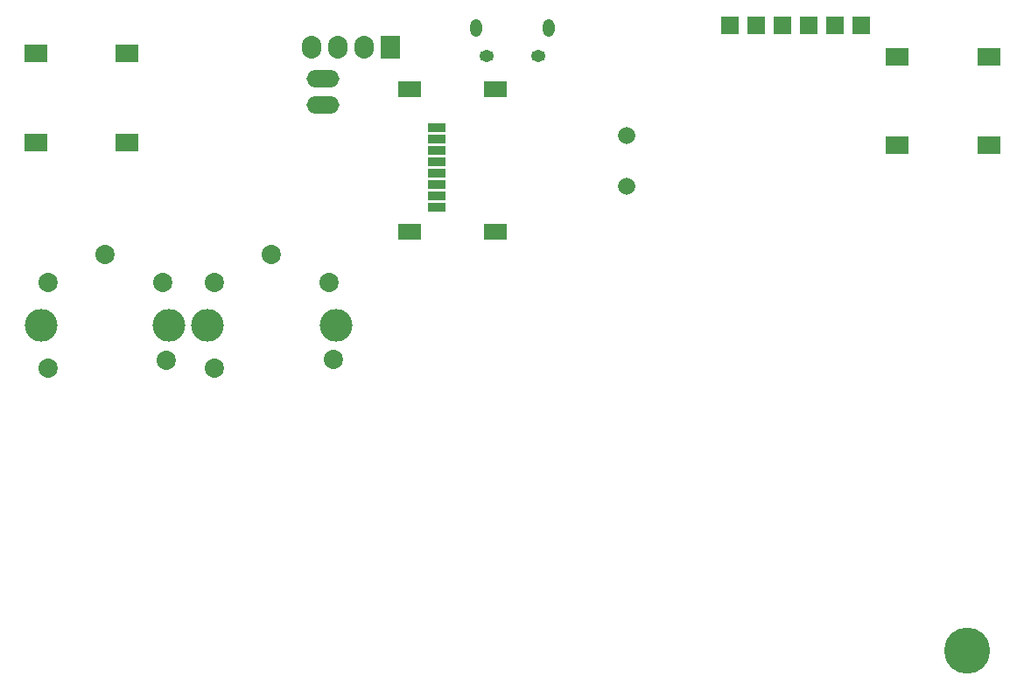
<source format=gbs>
G04 #@! TF.FileFunction,Soldermask,Bot*
%FSLAX46Y46*%
G04 Gerber Fmt 4.6, Leading zero omitted, Abs format (unit mm)*
G04 Created by KiCad (PCBNEW 4.0.5-e0-6337~52~ubuntu16.10.1) date Sun Mar 12 18:19:32 2017*
%MOMM*%
%LPD*%
G01*
G04 APERTURE LIST*
%ADD10C,0.100000*%
%ADD11O,3.174980X1.666220*%
%ADD12O,1.410000X1.110000*%
%ADD13O,1.160000X1.710000*%
%ADD14C,1.661140*%
%ADD15R,2.160000X1.660000*%
%ADD16R,2.160000X1.610000*%
%ADD17R,1.660000X0.960000*%
%ADD18C,4.460000*%
%ADD19C,1.860000*%
%ADD20C,3.160000*%
%ADD21R,1.887200X2.192000*%
%ADD22O,1.887200X2.192000*%
%ADD23R,1.684000X1.760000*%
G04 APERTURE END LIST*
D10*
D11*
X109949200Y-87720000D03*
X109949200Y-85180000D03*
D12*
X130788680Y-82944140D03*
X125788680Y-82944140D03*
D13*
X131788680Y-80244140D03*
X124788680Y-80244140D03*
D14*
X139319000Y-90650060D03*
X139319000Y-95531940D03*
D15*
X174345600Y-83000000D03*
X165495600Y-83000000D03*
X174345600Y-91600000D03*
X165495600Y-91600000D03*
X82143600Y-91287600D03*
X90993600Y-91287600D03*
X82143600Y-82687600D03*
X90993600Y-82687600D03*
D16*
X118338600Y-99923600D03*
X118338600Y-86173600D03*
X126638600Y-99923600D03*
X126638600Y-86173600D03*
D17*
X120938600Y-97543600D03*
X120938600Y-96443600D03*
X120938600Y-95343600D03*
X120938600Y-94243600D03*
X120938600Y-93143600D03*
X120938600Y-92043600D03*
X120938600Y-90943600D03*
X120938600Y-89843600D03*
D18*
X172250000Y-140500000D03*
D19*
X104950000Y-102150000D03*
X110950000Y-112350000D03*
X99450000Y-113150000D03*
X110550000Y-104850000D03*
X99450000Y-104850000D03*
D20*
X98800000Y-109000000D03*
X111200000Y-109000000D03*
D19*
X88824600Y-102166800D03*
X94824600Y-112366800D03*
X83324600Y-113166800D03*
X94424600Y-104866800D03*
X83324600Y-104866800D03*
D20*
X82674600Y-109016800D03*
X95074600Y-109016800D03*
D21*
X116431800Y-82062000D03*
D22*
X113891800Y-82062000D03*
X111351800Y-82062000D03*
X108811800Y-82062000D03*
D23*
X149343200Y-79964000D03*
X151883200Y-79964000D03*
X154423200Y-79964000D03*
X156963200Y-79964000D03*
X159503200Y-79964000D03*
X162043200Y-79964000D03*
M02*

</source>
